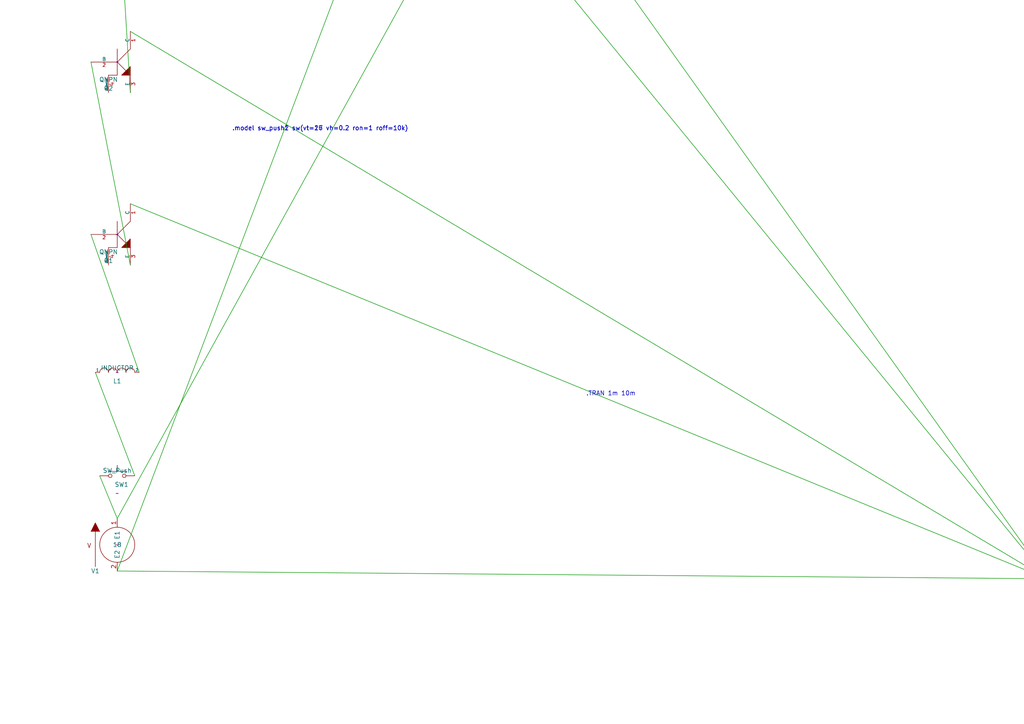
<source format=kicad_sch>
(kicad_sch (version 20211123) (generator eeschema)
  (paper "A4")
  (lib_symbols
    (symbol "pspice:VSOURCE" (pin_names (offset 1.016))
      (property "Reference" "V1" (at -6.35 7.62 0))
      (property "Value" "VSOURCE" (at 0 0 0))
      (symbol "VSOURCE_0_1"
        (circle (center 0 0) (radius 5.08))
        (text "V" (at -8.128 -0.254 0) (effects (font (size 1.27 1.27))))
        (polyline (pts (xy -6.35 -6.35) (xy -6.35 3.81)) (fill (type outline)))
        (polyline (pts (xy -7.62 3.81) (xy -6.35 6.35) (xy -5.08 3.81)) (fill (type outline)))
      )
      (symbol "VSOURCE_1_1"
        (pin input line (at 0 7.62 270) (length 2.54) (name "E1") (number "1"))
        (pin input line (at 0 -7.62 90) (length 2.54) (name "E2") (number "2"))
      )
    )
    (symbol "Switch:SW_Push" (pin_names (offset 1.016) hide) (pin_numbers hide)
      (property "Reference" "SW1" (at 1.27 2.54 0))
      (property "Value" "SW_Push" (at 0 -1.524 0))
      (symbol "SW_Push_0_1"
        (circle (center -2.032 0) (radius 0.508))
        (circle (center 2.032 0) (radius 0.508))
        (polyline (pts (xy 0 1.27) (xy 0 3.048)))
        (polyline (pts (xy 2.54 1.27) (xy -2.54 1.27)))
        (pin passive line (at -5.08 0 0) (length 2.54) (name "1") (number "1"))
        (pin passive line (at 5.08 0 180) (length 2.54) (name "2") (number "2"))
      )
    )
    (symbol "pspice:INDUCTOR" (pin_names (offset 0)) (pin_numbers hide)
      (property "Reference" "L1" (at 0 2.54 0))
      (property "Value" "INDUCTOR" (at 0 -1.27 0))
      (symbol "INDUCTOR_0_1"
        (arc (start -2.54 0) (mid -3.81 1.27) (end -5.08 0))
        (arc (start 0 0) (mid -1.27 1.27) (end -2.54 0))
        (arc (start 2.54 0) (mid 1.27 1.27) (end 0 0))
        (arc (start 5.08 0) (mid 3.81 1.27) (end 2.54 0))
      )
      (symbol "INDUCTOR_1_1"
        (pin input line (at -6.35 0 0) (length 1.27) (name "1") (number "1"))
        (pin input line (at 6.35 0 180) (length 1.27) (name "2") (number "2"))
      )
    )
    (symbol "pspice:QNPN" (pin_names (offset 0))
      (property "Reference" "Q1" (at -2.54 7.62 0))
      (property "Value" "QNPN" (at -2.54 5.08 0))
      (symbol "QNPN_0_0"
        (polyline (pts (xy 0 0) (xy 3.81 -3.81)))
        (polyline (pts (xy 3.81 -3.81) (xy 3.81 -1.27) (xy 1.27 -3.81) (xy 3.81 -3.81)) (fill (type outline)))
      )
      (symbol "QNPN_0_1"
        (polyline (pts (xy 0 -3.81) (xy 0 3.81)))
        (polyline (pts (xy 0 0) (xy 3.81 3.81)))
        (polyline (pts (xy -2.54 -3.81) (xy 0 -3.81) (xy 0 -3.81) (xy 0 -3.81)))
      )
      (symbol "QNPN_1_1"
        (pin passive line (at 3.81 8.89 270) (length 5.08) (name "C") (number "1"))
        (pin input line (at -7.62 0 0) (length 7.62) (name "B") (number "2"))
        (pin passive line (at 3.81 -8.89 90) (length 5.08) (name "E") (number "3"))
        (pin input line (at -2.54 -8.89 90) (length 5.08) (name "Substrat") (number "4"))
      )
    )
    (symbol "pspice:QNPN" (pin_names (offset 0))
      (property "Reference" "Q2" (at -2.54 7.62 0))
      (property "Value" "QNPN" (at -2.54 5.08 0))
      (symbol "QNPN_0_0"
        (polyline (pts (xy 0 0) (xy 3.81 -3.81)))
        (polyline (pts (xy 3.81 -3.81) (xy 3.81 -1.27) (xy 1.27 -3.81) (xy 3.81 -3.81)) (fill (type outline)))
      )
      (symbol "QNPN_0_1"
        (polyline (pts (xy 0 -3.81) (xy 0 3.81)))
        (polyline (pts (xy 0 0) (xy 3.81 3.81)))
        (polyline (pts (xy -2.54 -3.81) (xy 0 -3.81) (xy 0 -3.81) (xy 0 -3.81)))
      )
      (symbol "QNPN_1_1"
        (pin passive line (at 3.81 8.89 270) (length 5.08) (name "C") (number "1"))
        (pin input line (at -7.62 0 0) (length 7.62) (name "B") (number "2"))
        (pin passive line (at 3.81 -8.89 90) (length 5.08) (name "E") (number "3"))
        (pin input line (at -2.54 -8.89 90) (length 5.08) (name "Substrat") (number "4"))
      )
    )
    (symbol "pspice:R" (pin_names (offset 0)) (pin_numbers hide)
      (property "Reference" "R1" (at 2.032 0 90))
      (property "Value" "R" (at 0 0 90))
      (symbol "R_0_1"
        (rectangle (start -1.016 3.81) (end 1.016 -3.81))
      )
      (symbol "R_1_1"
        (pin passive line (at 0 6.35 270) (length 2.54) (name "~") (number "1"))
        (pin passive line (at 0 -6.35 90) (length 2.54) (name "~") (number "2"))
      )
    )
    (symbol "pspice:INDUCTOR" (pin_names (offset 0)) (pin_numbers hide)
      (property "Reference" "L2" (at 0 2.54 0))
      (property "Value" "INDUCTOR" (at 0 -1.27 0))
      (symbol "INDUCTOR_0_1"
        (arc (start -2.54 0) (mid -3.81 1.27) (end -5.08 0))
        (arc (start 0 0) (mid -1.27 1.27) (end -2.54 0))
        (arc (start 2.54 0) (mid 1.27 1.27) (end 0 0))
        (arc (start 5.08 0) (mid 3.81 1.27) (end 2.54 0))
      )
      (symbol "INDUCTOR_1_1"
        (pin input line (at -6.35 0 0) (length 1.27) (name "1") (number "1"))
        (pin input line (at 6.35 0 180) (length 1.27) (name "2") (number "2"))
      )
    )
    (symbol "pspice:DIODE" (pin_names (offset 1.016) hide)
      (property "Reference" "D1" (at 0 3.81 0))
      (property "Value" "DIODE" (at 0 -4.445 0))
      (symbol "DIODE_0_1"
        (polyline (pts (xy 1.905 2.54) (xy 1.905 -2.54)))
        (polyline (pts (xy -1.905 2.54) (xy -1.905 -2.54) (xy 1.905 0)) (fill (type outline)))
      )
      (symbol "DIODE_1_1"
        (pin input line (at -5.08 0 0) (length 3.81) (name "K") (number "1"))
        (pin input line (at 5.08 0 180) (length 3.81) (name "A") (number "2"))
      )
    )
    (symbol "pspice:QNPN" (pin_names (offset 0))
      (property "Reference" "Q3" (at -2.54 7.62 0))
      (property "Value" "QNPN" (at -2.54 5.08 0))
      (symbol "QNPN_0_0"
        (polyline (pts (xy 0 0) (xy 3.81 -3.81)))
        (polyline (pts (xy 3.81 -3.81) (xy 3.81 -1.27) (xy 1.27 -3.81) (xy 3.81 -3.81)) (fill (type outline)))
      )
      (symbol "QNPN_0_1"
        (polyline (pts (xy 0 -3.81) (xy 0 3.81)))
        (polyline (pts (xy 0 0) (xy 3.81 3.81)))
        (polyline (pts (xy -2.54 -3.81) (xy 0 -3.81) (xy 0 -3.81) (xy 0 -3.81)))
      )
      (symbol "QNPN_1_1"
        (pin passive line (at 3.81 8.89 270) (length 5.08) (name "C") (number "1"))
        (pin input line (at -7.62 0 0) (length 7.62) (name "B") (number "2"))
        (pin passive line (at 3.81 -8.89 90) (length 5.08) (name "E") (number "3"))
        (pin input line (at -2.54 -8.89 90) (length 5.08) (name "Substrat") (number "4"))
      )
    )
    (symbol "pspice:QNPN" (pin_names (offset 0))
      (property "Reference" "Q4" (at -2.54 7.62 0))
      (property "Value" "QNPN" (at -2.54 5.08 0))
      (symbol "QNPN_0_0"
        (polyline (pts (xy 0 0) (xy 3.81 -3.81)))
        (polyline (pts (xy 3.81 -3.81) (xy 3.81 -1.27) (xy 1.27 -3.81) (xy 3.81 -3.81)) (fill (type outline)))
      )
      (symbol "QNPN_0_1"
        (polyline (pts (xy 0 -3.81) (xy 0 3.81)))
        (polyline (pts (xy 0 0) (xy 3.81 3.81)))
        (polyline (pts (xy -2.54 -3.81) (xy 0 -3.81) (xy 0 -3.81) (xy 0 -3.81)))
      )
      (symbol "QNPN_1_1"
        (pin passive line (at 3.81 8.89 270) (length 5.08) (name "C") (number "1"))
        (pin input line (at -7.62 0 0) (length 7.62) (name "B") (number "2"))
        (pin passive line (at 3.81 -8.89 90) (length 5.08) (name "E") (number "3"))
        (pin input line (at -2.54 -8.89 90) (length 5.08) (name "Substrat") (number "4"))
      )
    )
    (symbol "pspice:DIODE" (pin_names (offset 1.016) hide)
      (property "Reference" "D2" (at 0 3.81 0))
      (property "Value" "DIODE" (at 0 -4.445 0))
      (symbol "DIODE_0_1"
        (polyline (pts (xy 1.905 2.54) (xy 1.905 -2.54)))
        (polyline (pts (xy -1.905 2.54) (xy -1.905 -2.54) (xy 1.905 0)) (fill (type outline)))
      )
      (symbol "DIODE_1_1"
        (pin input line (at -5.08 0 0) (length 3.81) (name "K") (number "1"))
        (pin input line (at 5.08 0 180) (length 3.81) (name "A") (number "2"))
      )
    )
    (symbol "Switch:SW_Push" (pin_names (offset 1.016) hide) (pin_numbers hide)
      (property "Reference" "SW2" (at 1.27 2.54 0))
      (property "Value" "SW_Push" (at 0 -1.524 0))
      (symbol "SW_Push_0_1"
        (circle (center -2.032 0) (radius 0.508))
        (circle (center 2.032 0) (radius 0.508))
        (polyline (pts (xy 0 1.27) (xy 0 3.048)))
        (polyline (pts (xy 2.54 1.27) (xy -2.54 1.27)))
        (pin passive line (at -5.08 0 0) (length 2.54) (name "1") (number "1"))
        (pin passive line (at 5.08 0 180) (length 2.54) (name "2") (number "2"))
      )
    )
    (symbol "pspice:CAP" (pin_names (offset 0.254))
      (property "Reference" "C1" (at 2.54 3.81 90))
      (property "Value" "CAP" (at 2.54 -3.81 90))
      (symbol "CAP_0_1"
        (polyline (pts (xy -3.81 -1.27) (xy 3.81 -1.27)))
        (polyline (pts (xy -3.81 1.27) (xy 3.81 1.27)))
      )
      (symbol "CAP_1_1"
        (pin passive line (at 0 6.35 270) (length 5.08) (name "~") (number "1"))
        (pin passive line (at 0 -6.35 90) (length 5.08) (name "~") (number "2"))
      )
    )
    (symbol "pspice:QNPN" (pin_names (offset 0))
      (property "Reference" "Q5" (at -2.54 7.62 0))
      (property "Value" "QNPN" (at -2.54 5.08 0))
      (symbol "QNPN_0_0"
        (polyline (pts (xy 0 0) (xy 3.81 -3.81)))
        (polyline (pts (xy 3.81 -3.81) (xy 3.81 -1.27) (xy 1.27 -3.81) (xy 3.81 -3.81)) (fill (type outline)))
      )
      (symbol "QNPN_0_1"
        (polyline (pts (xy 0 -3.81) (xy 0 3.81)))
        (polyline (pts (xy 0 0) (xy 3.81 3.81)))
        (polyline (pts (xy -2.54 -3.81) (xy 0 -3.81) (xy 0 -3.81) (xy 0 -3.81)))
      )
      (symbol "QNPN_1_1"
        (pin passive line (at 3.81 8.89 270) (length 5.08) (name "C") (number "1"))
        (pin input line (at -7.62 0 0) (length 7.62) (name "B") (number "2"))
        (pin passive line (at 3.81 -8.89 90) (length 5.08) (name "E") (number "3"))
        (pin input line (at -2.54 -8.89 90) (length 5.08) (name "Substrat") (number "4"))
      )
    )
    (symbol "pspice:QNPN" (pin_names (offset 0))
      (property "Reference" "Q6" (at -2.54 7.62 0))
      (property "Value" "QNPN" (at -2.54 5.08 0))
      (symbol "QNPN_0_0"
        (polyline (pts (xy 0 0) (xy 3.81 -3.81)))
        (polyline (pts (xy 3.81 -3.81) (xy 3.81 -1.27) (xy 1.27 -3.81) (xy 3.81 -3.81)) (fill (type outline)))
      )
      (symbol "QNPN_0_1"
        (polyline (pts (xy 0 -3.81) (xy 0 3.81)))
        (polyline (pts (xy 0 0) (xy 3.81 3.81)))
        (polyline (pts (xy -2.54 -3.81) (xy 0 -3.81) (xy 0 -3.81) (xy 0 -3.81)))
      )
      (symbol "QNPN_1_1"
        (pin passive line (at 3.81 8.89 270) (length 5.08) (name "C") (number "1"))
        (pin input line (at -7.62 0 0) (length 7.62) (name "B") (number "2"))
        (pin passive line (at 3.81 -8.89 90) (length 5.08) (name "E") (number "3"))
        (pin input line (at -2.54 -8.89 90) (length 5.08) (name "Substrat") (number "4"))
      )
    )
    (symbol "pspice:INDUCTOR" (pin_names (offset 0)) (pin_numbers hide)
      (property "Reference" "L3" (at 0 2.54 0))
      (property "Value" "INDUCTOR" (at 0 -1.27 0))
      (symbol "INDUCTOR_0_1"
        (arc (start -2.54 0) (mid -3.81 1.27) (end -5.08 0))
        (arc (start 0 0) (mid -1.27 1.27) (end -2.54 0))
        (arc (start 2.54 0) (mid 1.27 1.27) (end 0 0))
        (arc (start 5.08 0) (mid 3.81 1.27) (end 2.54 0))
      )
      (symbol "INDUCTOR_1_1"
        (pin input line (at -6.35 0 0) (length 1.27) (name "1") (number "1"))
        (pin input line (at 6.35 0 180) (length 1.27) (name "2") (number "2"))
      )
    )
    (symbol "pspice:CAP" (pin_names (offset 0.254))
      (property "Reference" "C2" (at 2.54 3.81 90))
      (property "Value" "CAP" (at 2.54 -3.81 90))
      (symbol "CAP_0_1"
        (polyline (pts (xy -3.81 -1.27) (xy 3.81 -1.27)))
        (polyline (pts (xy -3.81 1.27) (xy 3.81 1.27)))
      )
      (symbol "CAP_1_1"
        (pin passive line (at 0 6.35 270) (length 5.08) (name "~") (number "1"))
        (pin passive line (at 0 -6.35 90) (length 5.08) (name "~") (number "2"))
      )
    )
    (symbol "pspice:CAP" (pin_names (offset 0.254))
      (property "Reference" "C3" (at 2.54 3.81 90))
      (property "Value" "CAP" (at 2.54 -3.81 90))
      (symbol "CAP_0_1"
        (polyline (pts (xy -3.81 -1.27) (xy 3.81 -1.27)))
        (polyline (pts (xy -3.81 1.27) (xy 3.81 1.27)))
      )
      (symbol "CAP_1_1"
        (pin passive line (at 0 6.35 270) (length 5.08) (name "~") (number "1"))
        (pin passive line (at 0 -6.35 90) (length 5.08) (name "~") (number "2"))
      )
    )
    (symbol "pspice:R" (pin_names (offset 0)) (pin_numbers hide)
      (property "Reference" "R2" (at 2.032 0 90))
      (property "Value" "R" (at 0 0 90))
      (symbol "R_0_1"
        (rectangle (start -1.016 3.81) (end 1.016 -3.81))
      )
      (symbol "R_1_1"
        (pin passive line (at 0 6.35 270) (length 2.54) (name "~") (number "1"))
        (pin passive line (at 0 -6.35 90) (length 2.54) (name "~") (number "2"))
      )
    )
    (symbol "pspice:CAP" (pin_names (offset 0.254))
      (property "Reference" "C4" (at 2.54 3.81 90))
      (property "Value" "CAP" (at 2.54 -3.81 90))
      (symbol "CAP_0_1"
        (polyline (pts (xy -3.81 -1.27) (xy 3.81 -1.27)))
        (polyline (pts (xy -3.81 1.27) (xy 3.81 1.27)))
      )
      (symbol "CAP_1_1"
        (pin passive line (at 0 6.35 270) (length 5.08) (name "~") (number "1"))
        (pin passive line (at 0 -6.35 90) (length 5.08) (name "~") (number "2"))
      )
    )
    (symbol "pspice:INDUCTOR" (pin_names (offset 0)) (pin_numbers hide)
      (property "Reference" "L4" (at 0 2.54 0))
      (property "Value" "INDUCTOR" (at 0 -1.27 0))
      (symbol "INDUCTOR_0_1"
        (arc (start -2.54 0) (mid -3.81 1.27) (end -5.08 0))
        (arc (start 0 0) (mid -1.27 1.27) (end -2.54 0))
        (arc (start 2.54 0) (mid 1.27 1.27) (end 0 0))
        (arc (start 5.08 0) (mid 3.81 1.27) (end 2.54 0))
      )
      (symbol "INDUCTOR_1_1"
        (pin input line (at -6.35 0 0) (length 1.27) (name "1") (number "1"))
        (pin input line (at 6.35 0 180) (length 1.27) (name "2") (number "2"))
      )
    )
    (symbol "pspice:0" (pin_names (offset 0)) (power)
      (property "Value" "0" (at 0 -1.778 0))
      (symbol "0_0_1"
        (polyline (pts (xy -1.27 0) (xy 0 -1.27) (xy 1.27 0) (xy -1.27 0)))
      )
      (symbol "0_1_1"
        (pin power_in line (at 0 0 0) (length 0) hide (name "0") (number "1"))
      )
    )
  )
  (wire (pts (xy 34 150.38) (xy 28.92 138)))
  (wire (pts (xy 39.08 138) (xy 27.65 108)))
  (wire (pts (xy 40.35 108) (xy 26.38 68)))
  (wire (pts (xy 37.81 76.89) (xy 26.38 18)))
  (wire (pts (xy 37.81 26.89) (xy 34 -35.65)))
  (wire (pts (xy 34 -48.35) (xy 27.65 -112)))
  (wire (pts (xy 40.35 -112) (xy 38.92 -112)))
  (wire (pts (xy 49.08 -112) (xy 56.38 -112)))
  (wire (pts (xy 67.81 -103.11) (xy 86.38 -112)))
  (wire (pts (xy 97.81 -103.11) (xy 128.92 -112)))
  (wire (pts (xy 34 150.38) (xy 178.92 -112)))
  (wire (pts (xy 189.08 -112) (xy 244 -105.65)))
  (wire (pts (xy 244 -118.35) (xy 306.38 -112)))
  (wire (pts (xy 317.81 -103.11) (xy 306.38 -102)))
  (wire (pts (xy 317.81 -93.11) (xy 307.65 -82)))
  (wire (pts (xy 320.35 -82) (xy 314 -45.65)))
  (wire (pts (xy 314 -58.35) (xy 314 -5.65)))
  (wire (pts (xy 314 -18.35) (xy 314 44.35)))
  (wire (pts (xy 314 31.65) (xy 314 104.35)))
  (wire (pts (xy 314 91.65) (xy 307.65 168)))
  (wire (pts (xy 139.08 -112) (xy 34 165.62)))
  (wire (pts (xy 320.35 168) (xy 34 165.62)))
  (wire (pts (xy 37.81 59.11) (xy 304 168)))
  (wire (pts (xy 37.81 9.11) (xy 304 168)))
  (wire (pts (xy 67.81 -120.89) (xy 304 168)))
  (wire (pts (xy 97.81 -120.89) (xy 304 168)))
  (wire (pts (xy 317.81 -120.89) (xy 304 168)))
  (wire (pts (xy 317.81 -110.89) (xy 304 168)))
  (text ".TRAN 1m 10m" (at 170 115 0) (effects (font (size 1.27 1.27)) (justify left bottom)))
  (text ".model sw_push1 sw(vt=17 vh=0.2 ron=1 roff=10k)" (at 67.31 38.1 0) (effects (font (size 1.27 1.27)) (justify left bottom)))
  (text ".model sw_push2 sw(vt=26 vh=0.2 ron=1 roff=10k)" (at 67.31 38.1 0) (effects (font (size 1.27 1.27)) (justify left bottom)))
  (symbol (lib_id "pspice:VSOURCE") (at 34 158 0) (unit 1)
    (property "Reference" "V1" (at 27.65 165.62 0))
    (property "Value" "VSOURCE" (at 34 158 0))
    (property "Datasheet" "~" (at 34 158 0))
    (property "Spice_Primitive" "V" (effects hide))
    (property "Spice_Model" "dc 18" (effects hide))
    (property "Spice_Netlist_Enabled" "Y" (effects hide))
  )
  (symbol (lib_id "Switch:SW_Push") (at 34 138 0) (unit 1)
    (property "Reference" "SW1" (at 35.27 140.54 0))
    (property "Value" "SW_Push" (at 34 136.476 0))
    (property "Datasheet" "~" (at 34 143.08 0))
    (property "Spice_Primitive" "S" (effects hide))
    (property "Spice_Model" "1 0 sw_push1" (effects hide))
    (property "Spice_Netlist_Enabled" "Y" (effects hide))
  )
  (symbol (lib_id "pspice:INDUCTOR") (at 34 108 0) (unit 1)
    (property "Reference" "L1" (at 34 110.54 0))
    (property "Value" "INDUCTOR" (at 34 106.73 0))
    (property "Datasheet" "~" (at 34 108 0))
    (property "Spice_Primitive" "L" (effects hide))
    (property "Spice_Model" "12" (effects hide))
    (property "Spice_Netlist_Enabled" "Y" (effects hide))
  )
  (symbol (lib_id "pspice:QNPN") (at 34 68 0) (unit 1)
    (property "Reference" "Q1" (at 31.46 75.62 0))
    (property "Value" "QNPN" (at 31.46 73.08 0))
    (property "Datasheet" "~" (at 34 68 0))
    (property "Spice_Primitive" "Q" (effects hide))
    (property "Spice_Model" "PN2222" (effects hide))
    (property "Spice_Netlist_Enabled" "Y" (effects hide))
    (property "Spice_Lib_File" "D:\spice_lib\modelos_subckt\PN2222.mod" (effects hide))
    (property "Spice_Node_Sequence" "2,1,3" (effects hide))
  )
  (symbol (lib_id "pspice:QNPN") (at 34 18 0) (unit 1)
    (property "Reference" "Q2" (at 31.46 25.62 0))
    (property "Value" "QNPN" (at 31.46 23.08 0))
    (property "Datasheet" "~" (at 34 18 0))
    (property "Spice_Primitive" "Q" (effects hide))
    (property "Spice_Model" "PN2222" (effects hide))
    (property "Spice_Netlist_Enabled" "Y" (effects hide))
    (property "Spice_Lib_File" "D:\spice_lib\modelos_subckt\PN2222.mod" (effects hide))
    (property "Spice_Node_Sequence" "2,1,3" (effects hide))
  )
  (symbol (lib_id "pspice:R") (at 34 -42 0) (unit 1)
    (property "Reference" "R1" (at 36.032 -42 90))
    (property "Value" "R" (at 34 -42 90))
    (property "Datasheet" "~" (at 34 -42 0))
    (property "Spice_Primitive" "R" (effects hide))
    (property "Spice_Model" "575" (effects hide))
    (property "Spice_Netlist_Enabled" "Y" (effects hide))
  )
  (symbol (lib_id "pspice:INDUCTOR") (at 34 -112 0) (unit 1)
    (property "Reference" "L2" (at 34 -109.46 0))
    (property "Value" "INDUCTOR" (at 34 -113.27 0))
    (property "Datasheet" "~" (at 34 -112 0))
    (property "Spice_Primitive" "L" (effects hide))
    (property "Spice_Model" "8" (effects hide))
    (property "Spice_Netlist_Enabled" "Y" (effects hide))
  )
  (symbol (lib_id "pspice:DIODE") (at 44 -112 0) (unit 1)
    (property "Reference" "D1" (at 44 -108.19 0))
    (property "Value" "DIODE" (at 44 -116.445 0))
    (property "Datasheet" "~" (at 44 -112 0))
    (property "Spice_Primitive" "D" (effects hide))
    (property "Spice_Model" "1N3491" (effects hide))
    (property "Spice_Netlist_Enabled" "Y" (effects hide))
    (property "Spice_Lib_File" "D:\spice_lib\MicroCap-LIBRARY-for-ngspice\diode.lib" (effects hide))
  )
  (symbol (lib_id "pspice:QNPN") (at 64 -112 0) (unit 1)
    (property "Reference" "Q3" (at 61.46 -104.38 0))
    (property "Value" "QNPN" (at 61.46 -106.92 0))
    (property "Datasheet" "~" (at 64 -112 0))
    (property "Spice_Primitive" "Q" (effects hide))
    (property "Spice_Model" "PN2222" (effects hide))
    (property "Spice_Netlist_Enabled" "Y" (effects hide))
    (property "Spice_Lib_File" "D:\spice_lib\modelos_subckt\PN2222.mod" (effects hide))
    (property "Spice_Node_Sequence" "2,1,3" (effects hide))
  )
  (symbol (lib_id "pspice:QNPN") (at 94 -112 0) (unit 1)
    (property "Reference" "Q4" (at 91.46 -104.38 0))
    (property "Value" "QNPN" (at 91.46 -106.92 0))
    (property "Datasheet" "~" (at 94 -112 0))
    (property "Spice_Primitive" "Q" (effects hide))
    (property "Spice_Model" "PN2222" (effects hide))
    (property "Spice_Netlist_Enabled" "Y" (effects hide))
    (property "Spice_Lib_File" "D:\spice_lib\modelos_subckt\PN2222.mod" (effects hide))
    (property "Spice_Node_Sequence" "2,1,3" (effects hide))
  )
  (symbol (lib_id "pspice:DIODE") (at 134 -112 0) (unit 1)
    (property "Reference" "D2" (at 134 -108.19 0))
    (property "Value" "DIODE" (at 134 -116.445 0))
    (property "Datasheet" "~" (at 134 -112 0))
    (property "Spice_Primitive" "D" (effects hide))
    (property "Spice_Model" "1N3491" (effects hide))
    (property "Spice_Netlist_Enabled" "Y" (effects hide))
    (property "Spice_Lib_File" "D:\spice_lib\MicroCap-LIBRARY-for-ngspice\diode.lib" (effects hide))
  )
  (symbol (lib_id "Switch:SW_Push") (at 184 -112 0) (unit 1)
    (property "Reference" "SW2" (at 185.27 -109.46 0))
    (property "Value" "SW_Push" (at 184 -113.524 0))
    (property "Datasheet" "~" (at 184 -106.92 0))
    (property "Spice_Primitive" "S" (effects hide))
    (property "Spice_Model" "1 0 sw_push2" (effects hide))
    (property "Spice_Netlist_Enabled" "Y" (effects hide))
  )
  (symbol (lib_id "pspice:CAP") (at 244 -112 0) (unit 1)
    (property "Reference" "C1" (at 246.54 -108.19 90))
    (property "Value" "CAP" (at 246.54 -115.81 90))
    (property "Datasheet" "~" (at 244 -112 0))
    (property "Spice_Primitive" "C" (effects hide))
    (property "Spice_Model" "7" (effects hide))
    (property "Spice_Netlist_Enabled" "Y" (effects hide))
  )
  (symbol (lib_id "pspice:QNPN") (at 314 -112 0) (unit 1)
    (property "Reference" "Q5" (at 311.46 -104.38 0))
    (property "Value" "QNPN" (at 311.46 -106.92 0))
    (property "Datasheet" "~" (at 314 -112 0))
    (property "Spice_Primitive" "Q" (effects hide))
    (property "Spice_Model" "PN2222" (effects hide))
    (property "Spice_Netlist_Enabled" "Y" (effects hide))
    (property "Spice_Lib_File" "D:\spice_lib\modelos_subckt\PN2222.mod" (effects hide))
    (property "Spice_Node_Sequence" "2,1,3" (effects hide))
  )
  (symbol (lib_id "pspice:QNPN") (at 314 -102 0) (unit 1)
    (property "Reference" "Q6" (at 311.46 -94.38 0))
    (property "Value" "QNPN" (at 311.46 -96.92 0))
    (property "Datasheet" "~" (at 314 -102 0))
    (property "Spice_Primitive" "Q" (effects hide))
    (property "Spice_Model" "PN2222" (effects hide))
    (property "Spice_Netlist_Enabled" "Y" (effects hide))
    (property "Spice_Lib_File" "D:\spice_lib\modelos_subckt\PN2222.mod" (effects hide))
    (property "Spice_Node_Sequence" "2,1,3" (effects hide))
  )
  (symbol (lib_id "pspice:INDUCTOR") (at 314 -82 0) (unit 1)
    (property "Reference" "L3" (at 314 -79.46 0))
    (property "Value" "INDUCTOR" (at 314 -83.27 0))
    (property "Datasheet" "~" (at 314 -82 0))
    (property "Spice_Primitive" "L" (effects hide))
    (property "Spice_Model" "43" (effects hide))
    (property "Spice_Netlist_Enabled" "Y" (effects hide))
  )
  (symbol (lib_id "pspice:CAP") (at 314 -52 0) (unit 1)
    (property "Reference" "C2" (at 316.54 -48.19 90))
    (property "Value" "CAP" (at 316.54 -55.81 90))
    (property "Datasheet" "~" (at 314 -52 0))
    (property "Spice_Primitive" "C" (effects hide))
    (property "Spice_Model" "3" (effects hide))
    (property "Spice_Netlist_Enabled" "Y" (effects hide))
  )
  (symbol (lib_id "pspice:CAP") (at 314 -12 0) (unit 1)
    (property "Reference" "C3" (at 316.54 -8.19 90))
    (property "Value" "CAP" (at 316.54 -15.81 90))
    (property "Datasheet" "~" (at 314 -12 0))
    (property "Spice_Primitive" "C" (effects hide))
    (property "Spice_Model" "10" (effects hide))
    (property "Spice_Netlist_Enabled" "Y" (effects hide))
  )
  (symbol (lib_id "pspice:R") (at 314 38 0) (unit 1)
    (property "Reference" "R2" (at 316.032 38 90))
    (property "Value" "R" (at 314 38 90))
    (property "Datasheet" "~" (at 314 38 0))
    (property "Spice_Primitive" "R" (effects hide))
    (property "Spice_Model" "337" (effects hide))
    (property "Spice_Netlist_Enabled" "Y" (effects hide))
  )
  (symbol (lib_id "pspice:CAP") (at 314 98 0) (unit 1)
    (property "Reference" "C4" (at 316.54 101.81 90))
    (property "Value" "CAP" (at 316.54 94.19 90))
    (property "Datasheet" "~" (at 314 98 0))
    (property "Spice_Primitive" "C" (effects hide))
    (property "Spice_Model" "7" (effects hide))
    (property "Spice_Netlist_Enabled" "Y" (effects hide))
  )
  (symbol (lib_id "pspice:INDUCTOR") (at 314 168 0) (unit 1)
    (property "Reference" "L4" (at 314 170.54 0))
    (property "Value" "INDUCTOR" (at 314 166.73 0))
    (property "Datasheet" "~" (at 314 168 0))
    (property "Spice_Primitive" "L" (effects hide))
    (property "Spice_Model" "89" (effects hide))
    (property "Spice_Netlist_Enabled" "Y" (effects hide))
  )
  (symbol (lib_id "pspice:0") (at 304 168 0) (unit 1)
    (property "Reference" "#GND1" (at 304 165.46 0))
    (property "Value" "0" (at 304 166.222 0))
    (property "Datasheet" "~" (at 304 168 0))
  )
)
</source>
